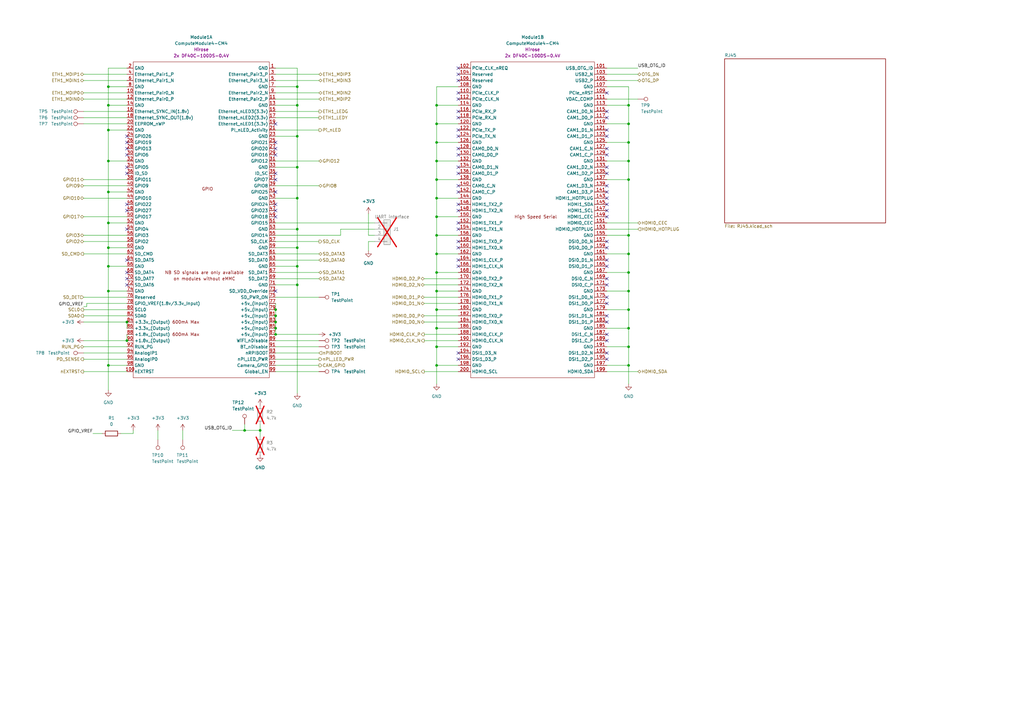
<source format=kicad_sch>
(kicad_sch (version 20230121) (generator eeschema)
  (paper "A3")
  (lib_symbols
    (symbol "CM4IO:ComputeModule4-CM4"
      (property "Reference" "Module" (at 113.03 -68.58 0))
      (property "Value" "ComputeModule4-CM4" (at 140.97 2.54 0))
      (property "Field4" "Hirose" (at 0 0 0))
      (property "Field5" "2x DF40C-100DS-0.4V" (at 0 -2.54 0))
      (symbol "ComputeModule4-CM4_1_0"
        (text "GPIO" (at 0 6.35 0) (effects (font (size 1.27 1.27))))
      )
      (symbol "ComputeModule4-CM4_1_1"
        (rectangle (start -30.48 -71.12) (end 25.4 58.42))
        (text "600mA Max" (at -8.89 -53.34 0) (effects (font (size 1.27 1.27))))
        (text "600mA Max" (at -8.89 -48.26 0) (effects (font (size 1.27 1.27))))
        (text "NB SD signals are only available" (at -1.27 -27.94 0) (effects (font (size 1.27 1.27))))
        (text "on modules without eMMC" (at -1.27 -30.48 0) (effects (font (size 1.27 1.27))))
        (pin power_in line (at 27.94 55.88 180) (length 2.54) (name "GND") (number "1"))
        (pin passive line (at -33.02 45.72 0) (length 2.54) (name "Ethernet_Pair0_N") (number "10"))
        (pin output line (at -33.02 -68.58 0) (length 2.54) (name "nEXTRST") (number "100"))
        (pin passive line (at 27.94 43.18 180) (length 2.54) (name "Ethernet_Pair2_P") (number "11"))
        (pin passive line (at -33.02 43.18 0) (length 2.54) (name "Ethernet_Pair0_P") (number "12"))
        (pin power_in line (at 27.94 40.64 180) (length 2.54) (name "GND") (number "13"))
        (pin power_in line (at -33.02 40.64 0) (length 2.54) (name "GND") (number "14"))
        (pin output line (at 27.94 38.1 180) (length 2.54) (name "Ethernet_nLED3(3.3v)") (number "15"))
        (pin input line (at -33.02 38.1 0) (length 2.54) (name "Ethernet_SYNC_IN(1.8v)") (number "16"))
        (pin output line (at 27.94 35.56 180) (length 2.54) (name "Ethernet_nLED2(3.3v)") (number "17"))
        (pin input line (at -33.02 35.56 0) (length 2.54) (name "Ethernet_SYNC_OUT(1.8v)") (number "18"))
        (pin output line (at 27.94 33.02 180) (length 2.54) (name "Ethernet_nLED1(3.3v)") (number "19"))
        (pin power_in line (at -33.02 55.88 0) (length 2.54) (name "GND") (number "2"))
        (pin passive line (at -33.02 33.02 0) (length 2.54) (name "EEPROM_nWP") (number "20"))
        (pin open_collector line (at 27.94 30.48 180) (length 2.54) (name "PI_nLED_Activity") (number "21"))
        (pin power_in line (at -33.02 30.48 0) (length 2.54) (name "GND") (number "22"))
        (pin power_in line (at 27.94 27.94 180) (length 2.54) (name "GND") (number "23"))
        (pin passive line (at -33.02 27.94 0) (length 2.54) (name "GPIO26") (number "24"))
        (pin passive line (at 27.94 25.4 180) (length 2.54) (name "GPIO21") (number "25"))
        (pin passive line (at -33.02 25.4 0) (length 2.54) (name "GPIO19") (number "26"))
        (pin passive line (at 27.94 22.86 180) (length 2.54) (name "GPIO20") (number "27"))
        (pin passive line (at -33.02 22.86 0) (length 2.54) (name "GPIO13") (number "28"))
        (pin passive line (at 27.94 20.32 180) (length 2.54) (name "GPIO16") (number "29"))
        (pin passive line (at 27.94 53.34 180) (length 2.54) (name "Ethernet_Pair3_P") (number "3"))
        (pin passive line (at -33.02 20.32 0) (length 2.54) (name "GPIO6") (number "30"))
        (pin passive line (at 27.94 17.78 180) (length 2.54) (name "GPIO12") (number "31"))
        (pin power_in line (at -33.02 17.78 0) (length 2.54) (name "GND") (number "32"))
        (pin power_in line (at 27.94 15.24 180) (length 2.54) (name "GND") (number "33"))
        (pin passive line (at -33.02 15.24 0) (length 2.54) (name "GPIO5") (number "34"))
        (pin passive line (at 27.94 12.7 180) (length 2.54) (name "ID_SC") (number "35"))
        (pin passive line (at -33.02 12.7 0) (length 2.54) (name "ID_SD") (number "36"))
        (pin passive line (at 27.94 10.16 180) (length 2.54) (name "GPIO7") (number "37"))
        (pin passive line (at -33.02 10.16 0) (length 2.54) (name "GPIO11") (number "38"))
        (pin passive line (at 27.94 7.62 180) (length 2.54) (name "GPIO8") (number "39"))
        (pin passive line (at -33.02 53.34 0) (length 2.54) (name "Ethernet_Pair1_P") (number "4"))
        (pin passive line (at -33.02 7.62 0) (length 2.54) (name "GPIO9") (number "40"))
        (pin passive line (at 27.94 5.08 180) (length 2.54) (name "GPIO25") (number "41"))
        (pin power_in line (at -33.02 5.08 0) (length 2.54) (name "GND") (number "42"))
        (pin power_in line (at 27.94 2.54 180) (length 2.54) (name "GND") (number "43"))
        (pin passive line (at -33.02 2.54 0) (length 2.54) (name "GPIO10") (number "44"))
        (pin passive line (at 27.94 0 180) (length 2.54) (name "GPIO24") (number "45"))
        (pin passive line (at -33.02 0 0) (length 2.54) (name "GPIO22") (number "46"))
        (pin passive line (at 27.94 -2.54 180) (length 2.54) (name "GPIO23") (number "47"))
        (pin passive line (at -33.02 -2.54 0) (length 2.54) (name "GPIO27") (number "48"))
        (pin passive line (at 27.94 -5.08 180) (length 2.54) (name "GPIO18") (number "49"))
        (pin passive line (at 27.94 50.8 180) (length 2.54) (name "Ethernet_Pair3_N") (number "5"))
        (pin passive line (at -33.02 -5.08 0) (length 2.54) (name "GPIO17") (number "50"))
        (pin passive line (at 27.94 -7.62 180) (length 2.54) (name "GPIO15") (number "51"))
        (pin power_in line (at -33.02 -7.62 0) (length 2.54) (name "GND") (number "52"))
        (pin power_in line (at 27.94 -10.16 180) (length 2.54) (name "GND") (number "53"))
        (pin passive line (at -33.02 -10.16 0) (length 2.54) (name "GPIO4") (number "54"))
        (pin passive line (at 27.94 -12.7 180) (length 2.54) (name "GPIO14") (number "55"))
        (pin passive line (at -33.02 -12.7 0) (length 2.54) (name "GPIO3") (number "56"))
        (pin passive line (at 27.94 -15.24 180) (length 2.54) (name "SD_CLK") (number "57"))
        (pin passive line (at -33.02 -15.24 0) (length 2.54) (name "GPIO2") (number "58"))
        (pin power_in line (at 27.94 -17.78 180) (length 2.54) (name "GND") (number "59"))
        (pin passive line (at -33.02 50.8 0) (length 2.54) (name "Ethernet_Pair1_N") (number "6"))
        (pin power_in line (at -33.02 -17.78 0) (length 2.54) (name "GND") (number "60"))
        (pin passive line (at 27.94 -20.32 180) (length 2.54) (name "SD_DAT3") (number "61"))
        (pin passive line (at -33.02 -20.32 0) (length 2.54) (name "SD_CMD") (number "62"))
        (pin passive line (at 27.94 -22.86 180) (length 2.54) (name "SD_DAT0") (number "63"))
        (pin passive line (at -33.02 -22.86 0) (length 2.54) (name "SD_DAT5") (number "64"))
        (pin power_in line (at 27.94 -25.4 180) (length 2.54) (name "GND") (number "65"))
        (pin power_in line (at -33.02 -25.4 0) (length 2.54) (name "GND") (number "66"))
        (pin passive line (at 27.94 -27.94 180) (length 2.54) (name "SD_DAT1") (number "67"))
        (pin passive line (at -33.02 -27.94 0) (length 2.54) (name "SD_DAT4") (number "68"))
        (pin passive line (at 27.94 -30.48 180) (length 2.54) (name "SD_DAT2") (number "69"))
        (pin power_in line (at 27.94 48.26 180) (length 2.54) (name "GND") (number "7"))
        (pin passive line (at -33.02 -30.48 0) (length 2.54) (name "SD_DAT7") (number "70"))
        (pin power_in line (at 27.94 -33.02 180) (length 2.54) (name "GND") (number "71"))
        (pin passive line (at -33.02 -33.02 0) (length 2.54) (name "SD_DAT6") (number "72"))
        (pin input line (at 27.94 -35.56 180) (length 2.54) (name "SD_VDD_Override") (number "73"))
        (pin power_in line (at -33.02 -35.56 0) (length 2.54) (name "GND") (number "74"))
        (pin output line (at 27.94 -38.1 180) (length 2.54) (name "SD_PWR_ON") (number "75"))
        (pin passive line (at -33.02 -38.1 0) (length 2.54) (name "Reserved") (number "76"))
        (pin power_in line (at 27.94 -40.64 180) (length 2.54) (name "+5v_(Input)") (number "77"))
        (pin power_in line (at -33.02 -40.64 0) (length 2.54) (name "GPIO_VREF(1.8v/3.3v_Input)") (number "78"))
        (pin power_in line (at 27.94 -43.18 180) (length 2.54) (name "+5v_(Input)") (number "79"))
        (pin power_in line (at -33.02 48.26 0) (length 2.54) (name "GND") (number "8"))
        (pin passive line (at -33.02 -43.18 0) (length 2.54) (name "SCL0") (number "80"))
        (pin power_in line (at 27.94 -45.72 180) (length 2.54) (name "+5v_(Input)") (number "81"))
        (pin passive line (at -33.02 -45.72 0) (length 2.54) (name "SDA0") (number "82"))
        (pin power_in line (at 27.94 -48.26 180) (length 2.54) (name "+5v_(Input)") (number "83"))
        (pin power_out line (at -33.02 -48.26 0) (length 2.54) (name "+3.3v_(Output)") (number "84"))
        (pin power_in line (at 27.94 -50.8 180) (length 2.54) (name "+5v_(Input)") (number "85"))
        (pin power_out line (at -33.02 -50.8 0) (length 2.54) (name "+3.3v_(Output)") (number "86"))
        (pin power_in line (at 27.94 -53.34 180) (length 2.54) (name "+5v_(Input)") (number "87"))
        (pin power_out line (at -33.02 -53.34 0) (length 2.54) (name "+1.8v_(Output)") (number "88"))
        (pin power_in line (at 27.94 -55.88 180) (length 2.54) (name "WiFi_nDisable") (number "89"))
        (pin passive line (at 27.94 45.72 180) (length 2.54) (name "Ethernet_Pair2_N") (number "9"))
        (pin power_out line (at -33.02 -55.88 0) (length 2.54) (name "+1.8v_(Output)") (number "90"))
        (pin power_in line (at 27.94 -58.42 180) (length 2.54) (name "BT_nDisable") (number "91"))
        (pin passive line (at -33.02 -58.42 0) (length 2.54) (name "RUN_PG") (number "92"))
        (pin input line (at 27.94 -60.96 180) (length 2.54) (name "nRPIBOOT") (number "93"))
        (pin passive line (at -33.02 -60.96 0) (length 2.54) (name "AnalogIP1") (number "94"))
        (pin output line (at 27.94 -63.5 180) (length 2.54) (name "nPI_LED_PWR") (number "95"))
        (pin passive line (at -33.02 -63.5 0) (length 2.54) (name "AnalogIP0") (number "96"))
        (pin passive line (at 27.94 -66.04 180) (length 2.54) (name "Camera_GPIO") (number "97"))
        (pin power_in line (at -33.02 -66.04 0) (length 2.54) (name "GND") (number "98"))
        (pin input line (at 27.94 -68.58 180) (length 2.54) (name "Global_EN") (number "99"))
      )
      (symbol "ComputeModule4-CM4_2_1"
        (rectangle (start 114.3 -66.04) (end 165.1 63.5))
        (text "High Speed Serial" (at 140.97 0 0) (effects (font (size 1.27 1.27))))
        (pin input line (at 170.18 60.96 180) (length 5.08) (name "USB_OTG_ID") (number "101"))
        (pin input line (at 109.22 60.96 0) (length 5.08) (name "PCIe_CLK_nREQ") (number "102"))
        (pin passive line (at 170.18 58.42 180) (length 5.08) (name "USB2_N") (number "103"))
        (pin passive line (at 109.22 58.42 0) (length 5.08) (name "Reserved") (number "104"))
        (pin passive line (at 170.18 55.88 180) (length 5.08) (name "USB2_P") (number "105"))
        (pin passive line (at 109.22 55.88 0) (length 5.08) (name "Reserved") (number "106"))
        (pin power_in line (at 170.18 53.34 180) (length 5.08) (name "GND") (number "107"))
        (pin power_in line (at 109.22 53.34 0) (length 5.08) (name "GND") (number "108"))
        (pin bidirectional line (at 170.18 50.8 180) (length 5.08) (name "PCIe_nRST") (number "109"))
        (pin output line (at 109.22 50.8 0) (length 5.08) (name "PCIe_CLK_P") (number "110"))
        (pin passive line (at 170.18 48.26 180) (length 5.08) (name "VDAC_COMP") (number "111"))
        (pin output line (at 109.22 48.26 0) (length 5.08) (name "PCIe_CLK_N") (number "112"))
        (pin power_in line (at 170.18 45.72 180) (length 5.08) (name "GND") (number "113"))
        (pin power_in line (at 109.22 45.72 0) (length 5.08) (name "GND") (number "114"))
        (pin input line (at 170.18 43.18 180) (length 5.08) (name "CAM1_D0_N") (number "115"))
        (pin input line (at 109.22 43.18 0) (length 5.08) (name "PCIe_RX_P") (number "116"))
        (pin input line (at 170.18 40.64 180) (length 5.08) (name "CAM1_D0_P") (number "117"))
        (pin input line (at 109.22 40.64 0) (length 5.08) (name "PCIe_RX_N") (number "118"))
        (pin power_in line (at 170.18 38.1 180) (length 5.08) (name "GND") (number "119"))
        (pin power_in line (at 109.22 38.1 0) (length 5.08) (name "GND") (number "120"))
        (pin input line (at 170.18 35.56 180) (length 5.08) (name "CAM1_D1_N") (number "121"))
        (pin output line (at 109.22 35.56 0) (length 5.08) (name "PCIe_TX_P") (number "122"))
        (pin input line (at 170.18 33.02 180) (length 5.08) (name "CAM1_D1_P") (number "123"))
        (pin output line (at 109.22 33.02 0) (length 5.08) (name "PCIe_TX_N") (number "124"))
        (pin power_in line (at 170.18 30.48 180) (length 5.08) (name "GND") (number "125"))
        (pin power_in line (at 109.22 30.48 0) (length 5.08) (name "GND") (number "126"))
        (pin input line (at 170.18 27.94 180) (length 5.08) (name "CAM1_C_N") (number "127"))
        (pin input line (at 109.22 27.94 0) (length 5.08) (name "CAM0_D0_N") (number "128"))
        (pin input line (at 170.18 25.4 180) (length 5.08) (name "CAM1_C_P") (number "129"))
        (pin input line (at 109.22 25.4 0) (length 5.08) (name "CAM0_D0_P") (number "130"))
        (pin power_in line (at 170.18 22.86 180) (length 5.08) (name "GND") (number "131"))
        (pin power_in line (at 109.22 22.86 0) (length 5.08) (name "GND") (number "132"))
        (pin input line (at 170.18 20.32 180) (length 5.08) (name "CAM1_D2_N") (number "133"))
        (pin input line (at 109.22 20.32 0) (length 5.08) (name "CAM0_D1_N") (number "134"))
        (pin input line (at 170.18 17.78 180) (length 5.08) (name "CAM1_D2_P") (number "135"))
        (pin input line (at 109.22 17.78 0) (length 5.08) (name "CAM0_D1_P") (number "136"))
        (pin power_in line (at 170.18 15.24 180) (length 5.08) (name "GND") (number "137"))
        (pin power_in line (at 109.22 15.24 0) (length 5.08) (name "GND") (number "138"))
        (pin input line (at 170.18 12.7 180) (length 5.08) (name "CAM1_D3_N") (number "139"))
        (pin input line (at 109.22 12.7 0) (length 5.08) (name "CAM0_C_N") (number "140"))
        (pin input line (at 170.18 10.16 180) (length 5.08) (name "CAM1_D3_P") (number "141"))
        (pin input line (at 109.22 10.16 0) (length 5.08) (name "CAM0_C_P") (number "142"))
        (pin input line (at 170.18 7.62 180) (length 5.08) (name "HDMI1_HOTPLUG") (number "143"))
        (pin power_in line (at 109.22 7.62 0) (length 5.08) (name "GND") (number "144"))
        (pin bidirectional line (at 170.18 5.08 180) (length 5.08) (name "HDMI1_SDA") (number "145"))
        (pin output line (at 109.22 5.08 0) (length 5.08) (name "HDMI1_TX2_P") (number "146"))
        (pin open_collector line (at 170.18 2.54 180) (length 5.08) (name "HDMI1_SCL") (number "147"))
        (pin output line (at 109.22 2.54 0) (length 5.08) (name "HDMI1_TX2_N") (number "148"))
        (pin open_collector line (at 170.18 0 180) (length 5.08) (name "HDMI1_CEC") (number "149"))
        (pin power_in line (at 109.22 0 0) (length 5.08) (name "GND") (number "150"))
        (pin open_collector line (at 170.18 -2.54 180) (length 5.08) (name "HDMI0_CEC") (number "151"))
        (pin output line (at 109.22 -2.54 0) (length 5.08) (name "HDMI1_TX1_P") (number "152"))
        (pin input line (at 170.18 -5.08 180) (length 5.08) (name "HDMI0_HOTPLUG") (number "153"))
        (pin output line (at 109.22 -5.08 0) (length 5.08) (name "HDMI1_TX1_N") (number "154"))
        (pin power_in line (at 170.18 -7.62 180) (length 5.08) (name "GND") (number "155"))
        (pin power_in line (at 109.22 -7.62 0) (length 5.08) (name "GND") (number "156"))
        (pin output line (at 170.18 -10.16 180) (length 5.08) (name "DSI0_D0_N") (number "157"))
        (pin output line (at 109.22 -10.16 0) (length 5.08) (name "HDMI1_TX0_P") (number "158"))
        (pin output line (at 170.18 -12.7 180) (length 5.08) (name "DSI0_D0_P") (number "159"))
        (pin output line (at 109.22 -12.7 0) (length 5.08) (name "HDMI1_TX0_N") (number "160"))
        (pin power_in line (at 170.18 -15.24 180) (length 5.08) (name "GND") (number "161"))
        (pin power_in line (at 109.22 -15.24 0) (length 5.08) (name "GND") (number "162"))
        (pin output line (at 170.18 -17.78 180) (length 5.08) (name "DSI0_D1_N") (number "163"))
        (pin output line (at 109.22 -17.78 0) (length 5.08) (name "HDMI1_CLK_P") (number "164"))
        (pin output line (at 170.18 -20.32 180) (length 5.08) (name "DSI0_D1_P") (number "165"))
        (pin output line (at 109.22 -20.32 0) (length 5.08) (name "HDMI1_CLK_N") (number "166"))
        (pin power_in line (at 170.18 -22.86 180) (length 5.08) (name "GND") (number "167"))
        (pin power_in line (at 109.22 -22.86 0) (length 5.08) (name "GND") (number "168"))
        (pin output line (at 170.18 -25.4 180) (length 5.08) (name "DSI0_C_N") (number "169"))
        (pin output line (at 109.22 -25.4 0) (length 5.08) (name "HDMI0_TX2_P") (number "170"))
        (pin output line (at 170.18 -27.94 180) (length 5.08) (name "DSI0_C_P") (number "171"))
        (pin output line (at 109.22 -27.94 0) (length 5.08) (name "HDMI0_TX2_N") (number "172"))
        (pin power_in line (at 170.18 -30.48 180) (length 5.08) (name "GND") (number "173"))
        (pin power_in line (at 109.22 -30.48 0) (length 5.08) (name "GND") (number "174"))
        (pin output line (at 170.18 -33.02 180) (length 5.08) (name "DSI1_D0_N") (number "175"))
        (pin output line (at 109.22 -33.02 0) (length 5.08) (name "HDMI0_TX1_P") (number "176"))
        (pin output line (at 170.18 -35.56 180) (length 5.08) (name "DSI1_D0_P") (number "177"))
        (pin output line (at 109.22 -35.56 0) (length 5.08) (name "HDMI0_TX1_N") (number "178"))
        (pin power_in line (at 170.18 -38.1 180) (length 5.08) (name "GND") (number "179"))
        (pin power_in line (at 109.22 -38.1 0) (length 5.08) (name "GND") (number "180"))
        (pin output line (at 170.18 -40.64 180) (length 5.08) (name "DSI1_D1_N") (number "181"))
        (pin output line (at 109.22 -40.64 0) (length 5.08) (name "HDMI0_TX0_P") (number "182"))
        (pin output line (at 170.18 -43.18 180) (length 5.08) (name "DSI1_D1_P") (number "183"))
        (pin output line (at 109.22 -43.18 0) (length 5.08) (name "HDMI0_TX0_N") (number "184"))
        (pin power_in line (at 170.18 -45.72 180) (length 5.08) (name "GND") (number "185"))
        (pin power_in line (at 109.22 -45.72 0) (length 5.08) (name "GND") (number "186"))
        (pin output line (at 170.18 -48.26 180) (length 5.08) (name "DSI1_C_N") (number "187"))
        (pin output line (at 109.22 -48.26 0) (length 5.08) (name "HDMI0_CLK_P") (number "188"))
        (pin output line (at 170.18 -50.8 180) (length 5.08) (name "DSI1_C_P") (number "189"))
        (pin output line (at 109.22 -50.8 0) (length 5.08) (name "HDMI0_CLK_N") (number "190"))
        (pin power_in line (at 170.18 -53.34 180) (length 5.08) (name "GND") (number "191"))
        (pin power_in line (at 109.22 -53.34 0) (length 5.08) (name "GND") (number "192"))
        (pin output line (at 170.18 -55.88 180) (length 5.08) (name "DSI1_D2_N") (number "193"))
        (pin output line (at 109.22 -55.88 0) (length 5.08) (name "DSI1_D3_N") (number "194"))
        (pin output line (at 170.18 -58.42 180) (length 5.08) (name "DSI1_D2_P") (number "195"))
        (pin output line (at 109.22 -58.42 0) (length 5.08) (name "DSI1_D3_P") (number "196"))
        (pin power_in line (at 170.18 -60.96 180) (length 5.08) (name "GND") (number "197"))
        (pin power_in line (at 109.22 -60.96 0) (length 5.08) (name "GND") (number "198"))
        (pin bidirectional line (at 170.18 -63.5 180) (length 5.08) (name "HDMI0_SDA") (number "199"))
        (pin open_collector line (at 109.22 -63.5 0) (length 5.08) (name "HDMI0_SCL") (number "200"))
      )
    )
    (symbol "Connector:TestPoint" (pin_numbers hide) (pin_names (offset 0.762) hide)
      (property "Reference" "TP" (at 0 6.858 0))
      (property "Value" "TestPoint" (at 0 5.08 0))
      (symbol "TestPoint_0_1"
        (circle (center 0 3.302) (radius 0.762))
      )
      (symbol "TestPoint_1_1"
        (pin passive line (at 0 0 90) (length 2.54) (name "1") (number "1"))
      )
    )
    (symbol "Connector_Generic:Conn_01x04" (pin_names (offset 1.016) hide)
      (property "Reference" "J" (at 0 5.08 0))
      (property "Value" "Conn_01x04" (at 0 -7.62 0))
      (symbol "Conn_01x04_1_1"
        (rectangle (start -1.27 -4.953) (end 0 -5.207) (stroke (width 0.1524)))
        (rectangle (start -1.27 -2.413) (end 0 -2.667) (stroke (width 0.1524)))
        (rectangle (start -1.27 0.127) (end 0 -0.127) (stroke (width 0.1524)))
        (rectangle (start -1.27 2.667) (end 0 2.413) (stroke (width 0.1524)))
        (rectangle (start -1.27 3.81) (end 1.27 -6.35) (stroke (width 0.254)) (fill (type background)))
        (pin passive line (at -5.08 2.54 0) (length 3.81) (name "Pin_1") (number "1"))
        (pin passive line (at -5.08 0 0) (length 3.81) (name "Pin_2") (number "2"))
        (pin passive line (at -5.08 -2.54 0) (length 3.81) (name "Pin_3") (number "3"))
        (pin passive line (at -5.08 -5.08 0) (length 3.81) (name "Pin_4") (number "4"))
      )
    )
    (symbol "Device:R" (pin_numbers hide) (pin_names (offset 0))
      (property "Reference" "R" (at 2.032 0 90))
      (property "Value" "R" (at 0 0 90))
      (symbol "R_0_1"
        (rectangle (start -1.016 -2.54) (end 1.016 2.54) (stroke (width 0.254)))
      )
      (symbol "R_1_1"
        (pin passive line (at 0 3.81 270) (length 1.27) (name "~") (number "1"))
        (pin passive line (at 0 -3.81 90) (length 1.27) (name "~") (number "2"))
      )
    )
    (symbol "custom_power:CM4_1V8" (power) (pin_names (offset 0))
      (property "Value" "CM4_1V8" (at 0 3.556 0))
      (symbol "CM4_1V8_0_1"
        (polyline (pts (xy -0.762 1.27) (xy 0 2.54)))
        (polyline (pts (xy 0 0) (xy 0 2.54)))
        (polyline (pts (xy 0 2.54) (xy 0.762 1.27)))
      )
      (symbol "CM4_1V8_1_1"
        (pin power_in line (at 0 0 90) (length 0) hide (name "+3V3") (number "1"))
      )
    )
    (symbol "custom_power:CM4_3V3" (power) (pin_names (offset 0))
      (property "Value" "CM4_3V3" (at 0 3.556 0))
      (symbol "CM4_3V3_0_1"
        (polyline (pts (xy -0.762 1.27) (xy 0 2.54)))
        (polyline (pts (xy 0 0) (xy 0 2.54)))
        (polyline (pts (xy 0 2.54) (xy 0.762 1.27)))
      )
      (symbol "CM4_3V3_1_1"
        (pin power_in line (at 0 0 90) (length 0) hide (name "+3V3") (number "1"))
      )
    )
    (symbol "custom_power:GND" (power) (pin_names (offset 0))
      (property "Value" "GND" (at 0 -3.81 0))
      (symbol "GND_0_1"
        (polyline (pts (xy 0 0) (xy 0 -1.27) (xy 1.27 -1.27) (xy 0 -2.54) (xy -1.27 -1.27) (xy 0 -1.27)))
      )
      (symbol "GND_1_1"
        (pin power_in line (at 0 0 270) (length 0) hide (name "GND") (number "1"))
      )
    )
    (symbol "custom_power:SYS_5V" (power) (pin_names (offset 0))
      (property "Value" "SYS_5V" (at 0 3.556 0))
      (symbol "SYS_5V_0_1"
        (polyline (pts (xy -0.762 1.27) (xy 0 2.54)))
        (polyline (pts (xy 0 0) (xy 0 2.54)))
        (polyline (pts (xy 0 2.54) (xy 0.762 1.27)))
      )
      (symbol "SYS_5V_1_1"
        (pin power_in line (at 0 0 90) (length 0) hide (name "+3V3") (number "1"))
      )
    )
    (symbol "power:GND" (power) (pin_names (offset 0))
      (property "Value" "GND" (at 0 -3.81 0))
      (symbol "GND_0_1"
        (polyline (pts (xy 0 0) (xy 0 -1.27) (xy 1.27 -1.27) (xy 0 -2.54) (xy -1.27 -1.27) (xy 0 -1.27)))
      )
      (symbol "GND_1_1"
        (pin power_in line (at 0 0 270) (length 0) hide (name "GND") (number "1"))
      )
    )
  )
  (junction (at 179.07 73.66))
  (junction (at 44.45 109.22))
  (junction (at 100.33 176.53))
  (junction (at 179.07 134.62))
  (junction (at 52.07 132.08))
  (junction (at 44.45 35.56))
  (junction (at 121.92 43.18))
  (junction (at 52.07 139.7))
  (junction (at 179.07 66.04))
  (junction (at 113.03 134.62))
  (junction (at 44.45 119.38))
  (junction (at 179.07 119.38))
  (junction (at 257.81 104.14))
  (junction (at 179.07 43.18))
  (junction (at 121.92 35.56))
  (junction (at 44.45 78.74))
  (junction (at 257.81 127))
  (junction (at 179.07 96.52))
  (junction (at 179.07 111.76))
  (junction (at 257.81 58.42))
  (junction (at 179.07 104.14))
  (junction (at 257.81 149.86))
  (junction (at 121.92 109.22))
  (junction (at 257.81 111.76))
  (junction (at 44.45 149.86))
  (junction (at 179.07 88.9))
  (junction (at 257.81 43.18))
  (junction (at 179.07 81.28))
  (junction (at 257.81 50.8))
  (junction (at 257.81 66.04))
  (junction (at 44.45 43.18))
  (junction (at 106.68 176.53))
  (junction (at 121.92 101.6))
  (junction (at 121.92 116.84))
  (junction (at 121.92 55.88))
  (junction (at 113.03 132.08))
  (junction (at 113.03 127))
  (junction (at 257.81 134.62))
  (junction (at 113.03 137.16))
  (junction (at 121.92 81.28))
  (junction (at 44.45 101.6))
  (junction (at 179.07 58.42))
  (junction (at 257.81 73.66))
  (junction (at 257.81 96.52))
  (junction (at 44.45 66.04))
  (junction (at 121.92 93.98))
  (junction (at 44.45 91.44))
  (junction (at 179.07 149.86))
  (junction (at 179.07 127))
  (junction (at 121.92 68.58))
  (junction (at 113.03 129.54))
  (junction (at 257.81 119.38))
  (junction (at 257.81 142.24))
  (junction (at 179.07 50.8))
  (junction (at 179.07 142.24))
  (junction (at 44.45 53.34))
  (no_connect (at 52.07 116.84))
  (no_connect (at 248.92 144.78))
  (no_connect (at 52.07 86.36))
  (no_connect (at 187.96 86.36))
  (no_connect (at 187.96 38.1))
  (no_connect (at 248.92 86.36))
  (no_connect (at 187.96 53.34))
  (no_connect (at 187.96 106.68))
  (no_connect (at 248.92 68.58))
  (no_connect (at 187.96 109.22))
  (no_connect (at 113.03 71.12))
  (no_connect (at 248.92 48.26))
  (no_connect (at 52.07 106.68))
  (no_connect (at 52.07 63.5))
  (no_connect (at 248.92 99.06))
  (no_connect (at 187.96 144.78))
  (no_connect (at 248.92 45.72))
  (no_connect (at 248.92 124.46))
  (no_connect (at 187.96 55.88))
  (no_connect (at 52.07 71.12))
  (no_connect (at 187.96 48.26))
  (no_connect (at 248.92 78.74))
  (no_connect (at 187.96 40.64))
  (no_connect (at 248.92 132.08))
  (no_connect (at 187.96 83.82))
  (no_connect (at 113.03 73.66))
  (no_connect (at 187.96 78.74))
  (no_connect (at 52.07 114.3))
  (no_connect (at 248.92 121.92))
  (no_connect (at 248.92 101.6))
  (no_connect (at 187.96 91.44))
  (no_connect (at 187.96 68.58))
  (no_connect (at 187.96 60.96))
  (no_connect (at 187.96 33.02))
  (no_connect (at 52.07 58.42))
  (no_connect (at 52.07 60.96))
  (no_connect (at 248.92 71.12))
  (no_connect (at 187.96 45.72))
  (no_connect (at 113.03 88.9))
  (no_connect (at 52.07 83.82))
  (no_connect (at 187.96 147.32))
  (no_connect (at 248.92 114.3))
  (no_connect (at 248.92 106.68))
  (no_connect (at 113.03 86.36))
  (no_connect (at 248.92 55.88))
  (no_connect (at 187.96 27.94))
  (no_connect (at 248.92 83.82))
  (no_connect (at 52.07 55.88))
  (no_connect (at 248.92 139.7))
  (no_connect (at 187.96 93.98))
  (no_connect (at 248.92 60.96))
  (no_connect (at 113.03 50.8))
  (no_connect (at 113.03 63.5))
  (no_connect (at 113.03 83.82))
  (no_connect (at 187.96 63.5))
  (no_connect (at 187.96 30.48))
  (no_connect (at 248.92 81.28))
  (no_connect (at 187.96 76.2))
  (no_connect (at 113.03 119.38))
  (no_connect (at 248.92 88.9))
  (no_connect (at 113.03 78.74))
  (no_connect (at 113.03 60.96))
  (no_connect (at 248.92 63.5))
  (no_connect (at 248.92 109.22))
  (no_connect (at 248.92 53.34))
  (no_connect (at 187.96 71.12))
  (no_connect (at 187.96 101.6))
  (no_connect (at 52.07 93.98))
  (no_connect (at 248.92 137.16))
  (no_connect (at 52.07 111.76))
  (no_connect (at 248.92 38.1))
  (no_connect (at 113.03 58.42))
  (no_connect (at 187.96 99.06))
  (no_connect (at 52.07 68.58))
  (no_connect (at 248.92 147.32))
  (no_connect (at 248.92 116.84))
  (no_connect (at 248.92 76.2))
  (no_connect (at 248.92 129.54))
  (wire (pts (xy 34.29 121.92) (xy 52.07 121.92)))
  (wire (pts (xy 44.45 43.18) (xy 44.45 53.34)))
  (wire (pts (xy 34.29 142.24) (xy 52.07 142.24)))
  (wire (pts (xy 34.29 50.8) (xy 52.07 50.8)))
  (wire (pts (xy 52.07 132.08) (xy 52.07 134.62)))
  (wire (pts (xy 179.07 58.42) (xy 187.96 58.42)))
  (wire (pts (xy 113.03 43.18) (xy 121.92 43.18)))
  (wire (pts (xy 179.07 43.18) (xy 187.96 43.18)))
  (wire (pts (xy 179.07 66.04) (xy 187.96 66.04)))
  (wire (pts (xy 95.25 176.53) (xy 100.33 176.53)))
  (wire (pts (xy 44.45 109.22) (xy 44.45 119.38)))
  (wire (pts (xy 257.81 149.86) (xy 257.81 157.48)))
  (wire (pts (xy 179.07 88.9) (xy 187.96 88.9)))
  (wire (pts (xy 34.29 129.54) (xy 52.07 129.54)))
  (wire (pts (xy 34.29 81.28) (xy 52.07 81.28)))
  (wire (pts (xy 179.07 104.14) (xy 179.07 111.76)))
  (wire (pts (xy 173.99 137.16) (xy 187.96 137.16)))
  (wire (pts (xy 113.03 96.52) (xy 139.7 96.52)))
  (wire (pts (xy 113.03 30.48) (xy 130.81 30.48)))
  (wire (pts (xy 113.03 45.72) (xy 130.81 45.72)))
  (wire (pts (xy 113.03 152.4) (xy 130.81 152.4)))
  (wire (pts (xy 257.81 50.8) (xy 257.81 58.42)))
  (wire (pts (xy 179.07 50.8) (xy 179.07 58.42)))
  (wire (pts (xy 113.03 134.62) (xy 113.03 137.16)))
  (wire (pts (xy 257.81 142.24) (xy 257.81 149.86)))
  (wire (pts (xy 106.68 173.99) (xy 106.68 176.53)))
  (wire (pts (xy 34.29 88.9) (xy 52.07 88.9)))
  (wire (pts (xy 113.03 106.68) (xy 130.81 106.68)))
  (wire (pts (xy 113.03 81.28) (xy 121.92 81.28)))
  (wire (pts (xy 44.45 66.04) (xy 44.45 78.74)))
  (wire (pts (xy 113.03 99.06) (xy 130.81 99.06)))
  (wire (pts (xy 179.07 88.9) (xy 179.07 96.52)))
  (wire (pts (xy 139.7 93.98) (xy 153.67 93.98)))
  (wire (pts (xy 44.45 91.44) (xy 52.07 91.44)))
  (wire (pts (xy 121.92 27.94) (xy 121.92 35.56)))
  (wire (pts (xy 257.81 134.62) (xy 257.81 142.24)))
  (wire (pts (xy 44.45 35.56) (xy 52.07 35.56)))
  (wire (pts (xy 34.29 96.52) (xy 52.07 96.52)))
  (wire (pts (xy 113.03 35.56) (xy 121.92 35.56)))
  (wire (pts (xy 113.03 121.92) (xy 130.81 121.92)))
  (wire (pts (xy 179.07 149.86) (xy 187.96 149.86)))
  (wire (pts (xy 34.29 33.02) (xy 52.07 33.02)))
  (wire (pts (xy 173.99 124.46) (xy 187.96 124.46)))
  (wire (pts (xy 179.07 81.28) (xy 187.96 81.28)))
  (wire (pts (xy 248.92 127) (xy 257.81 127)))
  (wire (pts (xy 121.92 93.98) (xy 121.92 101.6)))
  (wire (pts (xy 34.29 127) (xy 52.07 127)))
  (wire (pts (xy 248.92 93.98) (xy 261.62 93.98)))
  (wire (pts (xy 44.45 43.18) (xy 52.07 43.18)))
  (wire (pts (xy 113.03 137.16) (xy 130.81 137.16)))
  (wire (pts (xy 113.03 129.54) (xy 113.03 132.08)))
  (wire (pts (xy 151.13 99.06) (xy 151.13 102.87)))
  (wire (pts (xy 248.92 134.62) (xy 257.81 134.62)))
  (wire (pts (xy 35.56 125.73) (xy 35.56 124.46)))
  (wire (pts (xy 173.99 152.4) (xy 187.96 152.4)))
  (wire (pts (xy 34.29 147.32) (xy 52.07 147.32)))
  (wire (pts (xy 34.29 139.7) (xy 52.07 139.7)))
  (wire (pts (xy 44.45 119.38) (xy 52.07 119.38)))
  (wire (pts (xy 113.03 33.02) (xy 130.81 33.02)))
  (wire (pts (xy 257.81 104.14) (xy 257.81 111.76)))
  (wire (pts (xy 179.07 142.24) (xy 179.07 149.86)))
  (wire (pts (xy 44.45 109.22) (xy 52.07 109.22)))
  (wire (pts (xy 179.07 50.8) (xy 187.96 50.8)))
  (wire (pts (xy 248.92 33.02) (xy 261.62 33.02)))
  (wire (pts (xy 257.81 35.56) (xy 257.81 43.18)))
  (wire (pts (xy 34.29 104.14) (xy 52.07 104.14)))
  (wire (pts (xy 113.03 91.44) (xy 153.67 91.44)))
  (wire (pts (xy 173.99 121.92) (xy 187.96 121.92)))
  (wire (pts (xy 248.92 142.24) (xy 257.81 142.24)))
  (wire (pts (xy 248.92 73.66) (xy 257.81 73.66)))
  (wire (pts (xy 34.29 144.78) (xy 52.07 144.78)))
  (wire (pts (xy 248.92 66.04) (xy 257.81 66.04)))
  (wire (pts (xy 34.29 73.66) (xy 52.07 73.66)))
  (wire (pts (xy 248.92 149.86) (xy 257.81 149.86)))
  (wire (pts (xy 121.92 35.56) (xy 121.92 43.18)))
  (wire (pts (xy 34.29 40.64) (xy 52.07 40.64)))
  (wire (pts (xy 44.45 78.74) (xy 52.07 78.74)))
  (wire (pts (xy 121.92 43.18) (xy 121.92 55.88)))
  (wire (pts (xy 34.29 132.08) (xy 52.07 132.08)))
  (wire (pts (xy 52.07 137.16) (xy 52.07 139.7)))
  (wire (pts (xy 44.45 119.38) (xy 44.45 149.86)))
  (wire (pts (xy 113.03 127) (xy 113.03 129.54)))
  (wire (pts (xy 74.93 180.34) (xy 74.93 176.53)))
  (wire (pts (xy 179.07 127) (xy 179.07 134.62)))
  (wire (pts (xy 179.07 43.18) (xy 179.07 50.8)))
  (wire (pts (xy 113.03 55.88) (xy 121.92 55.88)))
  (wire (pts (xy 54.61 176.53) (xy 54.61 177.8)))
  (wire (pts (xy 248.92 43.18) (xy 257.81 43.18)))
  (wire (pts (xy 41.91 177.8) (xy 38.1 177.8)))
  (wire (pts (xy 100.33 173.99) (xy 100.33 176.53)))
  (wire (pts (xy 248.92 152.4) (xy 261.62 152.4)))
  (wire (pts (xy 248.92 104.14) (xy 257.81 104.14)))
  (wire (pts (xy 113.03 142.24) (xy 130.81 142.24)))
  (wire (pts (xy 113.03 124.46) (xy 113.03 127)))
  (wire (pts (xy 113.03 40.64) (xy 130.81 40.64)))
  (wire (pts (xy 34.29 76.2) (xy 52.07 76.2)))
  (wire (pts (xy 34.29 38.1) (xy 52.07 38.1)))
  (wire (pts (xy 179.07 142.24) (xy 187.96 142.24)))
  (wire (pts (xy 44.45 78.74) (xy 44.45 91.44)))
  (wire (pts (xy 179.07 111.76) (xy 179.07 119.38)))
  (wire (pts (xy 153.67 96.52) (xy 151.13 96.52)))
  (wire (pts (xy 173.99 129.54) (xy 187.96 129.54)))
  (wire (pts (xy 113.03 144.78) (xy 130.81 144.78)))
  (wire (pts (xy 121.92 116.84) (xy 121.92 161.29)))
  (wire (pts (xy 113.03 76.2) (xy 130.81 76.2)))
  (wire (pts (xy 52.07 27.94) (xy 44.45 27.94)))
  (wire (pts (xy 257.81 73.66) (xy 257.81 96.52)))
  (wire (pts (xy 179.07 119.38) (xy 187.96 119.38)))
  (wire (pts (xy 44.45 66.04) (xy 52.07 66.04)))
  (wire (pts (xy 113.03 149.86) (xy 130.81 149.86)))
  (wire (pts (xy 113.03 93.98) (xy 121.92 93.98)))
  (wire (pts (xy 113.03 114.3) (xy 130.81 114.3)))
  (wire (pts (xy 257.81 58.42) (xy 257.81 66.04)))
  (wire (pts (xy 248.92 40.64) (xy 261.62 40.64)))
  (wire (pts (xy 151.13 87.63) (xy 151.13 96.52)))
  (wire (pts (xy 248.92 27.94) (xy 261.62 27.94)))
  (wire (pts (xy 179.07 96.52) (xy 187.96 96.52)))
  (wire (pts (xy 153.67 99.06) (xy 151.13 99.06)))
  (wire (pts (xy 44.45 91.44) (xy 44.45 101.6)))
  (wire (pts (xy 257.81 127) (xy 257.81 134.62)))
  (wire (pts (xy 173.99 132.08) (xy 187.96 132.08)))
  (wire (pts (xy 179.07 104.14) (xy 187.96 104.14)))
  (wire (pts (xy 113.03 109.22) (xy 121.92 109.22)))
  (wire (pts (xy 113.03 53.34) (xy 130.81 53.34)))
  (wire (pts (xy 179.07 149.86) (xy 179.07 157.48)))
  (wire (pts (xy 44.45 149.86) (xy 44.45 160.02)))
  (wire (pts (xy 113.03 111.76) (xy 130.81 111.76)))
  (wire (pts (xy 257.81 119.38) (xy 257.81 127)))
  (wire (pts (xy 248.92 35.56) (xy 257.81 35.56)))
  (wire (pts (xy 121.92 55.88) (xy 121.92 68.58)))
  (wire (pts (xy 248.92 50.8) (xy 257.81 50.8)))
  (wire (pts (xy 34.29 125.73) (xy 35.56 125.73)))
  (wire (pts (xy 248.92 30.48) (xy 261.62 30.48)))
  (wire (pts (xy 257.81 43.18) (xy 257.81 50.8)))
  (wire (pts (xy 100.33 176.53) (xy 106.68 176.53)))
  (wire (pts (xy 34.29 45.72) (xy 52.07 45.72)))
  (wire (pts (xy 35.56 124.46) (xy 52.07 124.46)))
  (wire (pts (xy 44.45 53.34) (xy 44.45 66.04)))
  (wire (pts (xy 44.45 27.94) (xy 44.45 35.56)))
  (wire (pts (xy 257.81 96.52) (xy 257.81 104.14)))
  (wire (pts (xy 248.92 58.42) (xy 257.81 58.42)))
  (wire (pts (xy 139.7 96.52) (xy 139.7 93.98)))
  (wire (pts (xy 248.92 119.38) (xy 257.81 119.38)))
  (wire (pts (xy 64.77 180.34) (xy 64.77 176.53)))
  (wire (pts (xy 187.96 35.56) (xy 179.07 35.56)))
  (wire (pts (xy 121.92 101.6) (xy 121.92 109.22)))
  (wire (pts (xy 179.07 58.42) (xy 179.07 66.04)))
  (wire (pts (xy 113.03 104.14) (xy 130.81 104.14)))
  (wire (pts (xy 113.03 147.32) (xy 130.81 147.32)))
  (wire (pts (xy 257.81 66.04) (xy 257.81 73.66)))
  (wire (pts (xy 44.45 101.6) (xy 44.45 109.22)))
  (wire (pts (xy 179.07 73.66) (xy 187.96 73.66)))
  (wire (pts (xy 113.03 116.84) (xy 121.92 116.84)))
  (wire (pts (xy 113.03 66.04) (xy 130.81 66.04)))
  (wire (pts (xy 173.99 139.7) (xy 187.96 139.7)))
  (wire (pts (xy 113.03 68.58) (xy 121.92 68.58)))
  (wire (pts (xy 106.68 179.07) (xy 106.68 176.53)))
  (wire (pts (xy 179.07 111.76) (xy 187.96 111.76)))
  (wire (pts (xy 257.81 111.76) (xy 257.81 119.38)))
  (wire (pts (xy 179.07 66.04) (xy 179.07 73.66)))
  (wire (pts (xy 113.03 48.26) (xy 130.81 48.26)))
  (wire (pts (xy 173.99 114.3) (xy 187.96 114.3)))
  (wire (pts (xy 173.99 116.84) (xy 187.96 116.84)))
  (wire (pts (xy 34.29 99.06) (xy 52.07 99.06)))
  (wire (pts (xy 179.07 119.38) (xy 179.07 127)))
  (wire (pts (xy 113.03 101.6) (xy 121.92 101.6)))
  (wire (pts (xy 179.07 81.28) (xy 179.07 88.9)))
  (wire (pts (xy 44.45 101.6) (xy 52.07 101.6)))
  (wire (pts (xy 248.92 111.76) (xy 257.81 111.76)))
  (wire (pts (xy 179.07 96.52) (xy 179.07 104.14)))
  (wire (pts (xy 113.03 38.1) (xy 130.81 38.1)))
  (wire (pts (xy 44.45 53.34) (xy 52.07 53.34)))
  (wire (pts (xy 121.92 109.22) (xy 121.92 116.84)))
  (wire (pts (xy 248.92 96.52) (xy 257.81 96.52)))
  (wire (pts (xy 121.92 68.58) (xy 121.92 81.28)))
  (wire (pts (xy 34.29 48.26) (xy 52.07 48.26)))
  (wire (pts (xy 113.03 132.08) (xy 113.03 134.62)))
  (wire (pts (xy 54.61 177.8) (xy 49.53 177.8)))
  (wire (pts (xy 179.07 73.66) (xy 179.07 81.28)))
  (wire (pts (xy 34.29 152.4) (xy 52.07 152.4)))
  (wire (pts (xy 248.92 91.44) (xy 261.62 91.44)))
  (wire (pts (xy 44.45 149.86) (xy 52.07 149.86)))
  (wire (pts (xy 179.07 134.62) (xy 187.96 134.62)))
  (wire (pts (xy 113.03 139.7) (xy 130.81 139.7)))
  (wire (pts (xy 44.45 35.56) (xy 44.45 43.18)))
  (wire (pts (xy 121.92 81.28) (xy 121.92 93.98)))
  (wire (pts (xy 179.07 134.62) (xy 179.07 142.24)))
  (wire (pts (xy 179.07 127) (xy 187.96 127)))
  (wire (pts (xy 179.07 35.56) (xy 179.07 43.18)))
  (wire (pts (xy 113.03 27.94) (xy 121.92 27.94)))
  (wire (pts (xy 34.29 30.48) (xy 52.07 30.48)))
  (label "GPIO_VREF" (at 34.29 125.73 180))
  (label "GPIO_VREF" (at 38.1 177.8 180))
  (label "USB_OTG_ID" (at 261.62 27.94 0))
  (label "USB_OTG_ID" (at 95.25 176.53 180))
  (hierarchical_label "PD_SENSE" (shape output) (at 34.29 147.32 180))
  (hierarchical_label "HDMI0_HOTPLUG" (shape input) (at 261.62 93.98 0))
  (hierarchical_label "GPIO12" (shape bidirectional) (at 130.81 66.04 0))
  (hierarchical_label "ETH1_LEDG" (shape output) (at 130.81 45.72 0))
  (hierarchical_label "ETH1_LEDY" (shape output) (at 130.81 48.26 0))
  (hierarchical_label "GPIO10" (shape bidirectional) (at 34.29 81.28 180))
  (hierarchical_label "SCL0" (shape output) (at 34.29 127 180))
  (hierarchical_label "ETH1_MDIN2" (shape bidirectional) (at 130.81 38.1 0))
  (hierarchical_label "HDMI0_CEC" (shape bidirectional) (at 261.62 91.44 0))
  (hierarchical_label "SD_CMD" (shape output) (at 34.29 104.14 180))
  (hierarchical_label "ETH1_MDIN1" (shape bidirectional) (at 34.29 33.02 180))
  (hierarchical_label "HDMI0_D2_N" (shape bidirectional) (at 173.99 116.84 180))
  (hierarchical_label "SD_DATA3" (shape bidirectional) (at 130.81 104.14 0))
  (hierarchical_label "SD_DATA1" (shape bidirectional) (at 130.81 111.76 0))
  (hierarchical_label "OTG_DP" (shape bidirectional) (at 261.62 33.02 0))
  (hierarchical_label "HDMI0_CLK_P" (shape output) (at 173.99 137.16 180))
  (hierarchical_label "CAM_GPIO" (shape output) (at 130.81 149.86 0))
  (hierarchical_label "GPIO2" (shape bidirectional) (at 34.29 99.06 180))
  (hierarchical_label "GPIO3" (shape bidirectional) (at 34.29 96.52 180))
  (hierarchical_label "HDMI0_CLK_N" (shape output) (at 173.99 139.7 180))
  (hierarchical_label "nPIBOOT" (shape input) (at 130.81 144.78 0))
  (hierarchical_label "ETH1_MDIN3" (shape bidirectional) (at 130.81 33.02 0))
  (hierarchical_label "HDMI0_D0_P" (shape bidirectional) (at 173.99 129.54 180))
  (hierarchical_label "HDMI0_SDA" (shape bidirectional) (at 261.62 152.4 0))
  (hierarchical_label "ETH1_MDIN0" (shape bidirectional) (at 34.29 40.64 180))
  (hierarchical_label "RUN_PG" (shape bidirectional) (at 34.29 142.24 180))
  (hierarchical_label "GPIO8" (shape bidirectional) (at 130.81 76.2 0))
  (hierarchical_label "SDA0" (shape output) (at 34.29 129.54 180))
  (hierarchical_label "HDMI0_D1_N" (shape bidirectional) (at 173.99 124.46 180))
  (hierarchical_label "Pi_nLED" (shape output) (at 130.81 53.34 0))
  (hierarchical_label "ETH1_MDIP3" (shape bidirectional) (at 130.81 30.48 0))
  (hierarchical_label "SD_DET" (shape input) (at 34.29 121.92 180))
  (hierarchical_label "ETH1_MDIP2" (shape bidirectional) (at 130.81 40.64 0))
  (hierarchical_label "SD_DATA0" (shape bidirectional) (at 130.81 106.68 0))
  (hierarchical_label "HDMI0_SCL" (shape output) (at 173.99 152.4 180))
  (hierarchical_label "ETH1_MDIP1" (shape bidirectional) (at 34.29 30.48 180))
  (hierarchical_label "GPIO17" (shape bidirectional) (at 34.29 88.9 180))
  (hierarchical_label "GPIO11" (shape bidirectional) (at 34.29 73.66 180))
  (hierarchical_label "nEXTRST" (shape output) (at 34.29 152.4 180))
  (hierarchical_label "HDMI0_D1_P" (shape bidirectional) (at 173.99 121.92 180))
  (hierarchical_label "HDMI0_D0_N" (shape bidirectional) (at 173.99 132.08 180))
  (hierarchical_label "ETH1_MDIP0" (shape bidirectional) (at 34.29 38.1 180))
  (hierarchical_label "nPL_LED_PWR" (shape output) (at 130.81 147.32 0))
  (hierarchical_label "HDMI0_D2_P" (shape bidirectional) (at 173.99 114.3 180))
  (hierarchical_label "GPIO9" (shape bidirectional) (at 34.29 76.2 180))
  (hierarchical_label "SD_DATA2" (shape bidirectional) (at 130.81 114.3 0))
  (hierarchical_label "OTG_DN" (shape bidirectional) (at 261.62 30.48 0))
  (hierarchical_label "SD_CLK" (shape output) (at 130.81 99.06 0))
  (symbol (lib_id "custom_power:CM4_3V3") (at 54.61 176.53 0) (unit 1)
    (property "Reference" "#PWR07" (effects hide))
    (property "Value" "CM4_3V3" (at 54.61 171.45 0))
  )
  (symbol (lib_id "power:GND") (at 44.45 160.02 0) (unit 1)
    (property "Reference" "#PWR01" (effects hide))
    (property "Value" "GND" (at 44.45 165.1 0))
  )
  (symbol (lib_id "custom_power:CM4_3V3") (at 151.13 87.63 0) (unit 1)
    (property "Reference" "#PWR03" (effects hide))
    (property "Value" "CM4_3V3" (at 151.13 82.55 0))
  )
  (symbol (lib_id "Device:R") (at 45.72 177.8 90) (unit 1)
    (property "Reference" "R1" (at 45.72 171.45 90))
    (property "Value" "0" (at 45.72 173.99 90))
  )
  (symbol (lib_id "Connector:TestPoint") (at 34.29 144.78 90) (unit 1)
    (property "Reference" "TP8" (at 16.51 144.78 90))
    (property "Value" "TestPoint" (at 24.13 144.78 90))
  )
  (symbol (lib_id "custom_power:CM4_3V3") (at 34.29 132.08 90) (unit 1)
    (property "Reference" "#PWR06" (effects hide))
    (property "Value" "CM4_3V3" (at 30.48 132.08 90) (effects (justify left)))
  )
  (symbol (lib_id "Connector:TestPoint") (at 34.29 50.8 90) (unit 1)
    (property "Reference" "TP7" (at 17.78 50.8 90))
    (property "Value" "TestPoint" (at 25.4 50.8 90))
  )
  (symbol (lib_id "CM4IO:ComputeModule4-CM4") (at 78.74 88.9 0) (unit 2)
    (property "Reference" "Module1" (at 218.44 15.24 0))
    (property "Value" "ComputeModule4-CM4" (at 218.44 17.78 0))
    (property "Footprint" "CM4IO:Raspberry-Pi-4-Compute-Module" (effects hide))
    (property "Field4" "Hirose" (at 218.44 20.32 0))
    (property "Field5" "2x DF40C-100DS-0.4V" (at 218.44 22.86 0))
  )
  (symbol (lib_id "Device:R") (at 106.68 170.18 0) (unit 1) (dnp yes)
    (property "Reference" "R2" (at 109.22 168.91 0) (effects (justify left)))
    (property "Value" "4.7k" (at 109.22 171.45 0) (effects (justify left)))
  )
  (symbol (lib_id "custom_power:SYS_5V") (at 130.81 137.16 270) (unit 1)
    (property "Reference" "#PWR05" (effects hide))
    (property "Value" "SYS_5V" (at 134.62 137.16 90) (effects (justify left)))
  )
  (symbol (lib_id "CM4IO:ComputeModule4-CM4") (at 85.09 83.82 0) (unit 1)
    (property "Reference" "Module1" (at 82.55 15.24 0))
    (property "Value" "ComputeModule4-CM4" (at 82.55 17.78 0))
    (property "Footprint" "CM4IO:Raspberry-Pi-4-Compute-Module" (effects hide))
    (property "Field4" "Hirose" (at 82.55 20.32 0))
    (property "Field5" "2x DF40C-100DS-0.4V" (at 82.55 22.86 0))
  )
  (symbol (lib_id "Connector:TestPoint") (at 130.81 139.7 270) (unit 1)
    (property "Reference" "TP2" (at 135.89 139.7 90) (effects (justify left)))
    (property "Value" "TestPoint" (at 140.97 139.7 90) (effects (justify left)))
  )
  (symbol (lib_id "power:GND") (at 121.92 161.29 0) (unit 1)
    (property "Reference" "#PWR02" (effects hide))
    (property "Value" "GND" (at 121.92 166.37 0))
  )
  (symbol (lib_id "Connector:TestPoint") (at 74.93 180.34 180) (unit 1)
    (property "Reference" "TP11" (at 72.39 186.69 0) (effects (justify right)))
    (property "Value" "TestPoint" (at 72.39 189.23 0) (effects (justify right)))
  )
  (symbol (lib_id "Connector:TestPoint") (at 130.81 121.92 270) (unit 1)
    (property "Reference" "TP1" (at 135.89 120.65 90) (effects (justify left)))
    (property "Value" "TestPoint" (at 135.89 123.19 90) (effects (justify left)))
  )
  (symbol (lib_id "custom_power:CM4_1V8") (at 34.29 139.7 90) (unit 1)
    (property "Reference" "#PWR010" (effects hide))
    (property "Value" "CM4_1V8" (at 30.48 139.7 90) (effects (justify left)))
  )
  (symbol (lib_id "Device:R") (at 106.68 182.88 0) (unit 1) (dnp yes)
    (property "Reference" "R3" (at 109.22 181.61 0) (effects (justify left)))
    (property "Value" "4.7k" (at 109.22 184.15 0) (effects (justify left)))
  )
  (symbol (lib_id "Connector:TestPoint") (at 130.81 142.24 270) (unit 1)
    (property "Reference" "TP3" (at 135.89 142.24 90) (effects (justify left)))
    (property "Value" "TestPoint" (at 140.97 142.24 90) (effects (justify left)))
  )
  (symbol (lib_id "Connector:TestPoint") (at 100.33 173.99 0) (unit 1)
    (property "Reference" "TP12" (at 95.25 165.1 0) (effects (justify left)))
    (property "Value" "TestPoint" (at 95.25 167.64 0) (effects (justify left)))
  )
  (symbol (lib_id "power:GND") (at 179.07 157.48 0) (unit 1)
    (property "Reference" "#PWR08" (effects hide))
    (property "Value" "GND" (at 179.07 162.56 0))
  )
  (symbol (lib_id "Connector_Generic:Conn_01x04") (at 158.75 93.98 0) (unit 1) (dnp yes)
    (property "Reference" "J1" (at 161.29 93.98 0) (effects (justify left)))
    (property "Value" "UART interface" (at 153.67 88.9 0) (effects (justify left)))
  )
  (symbol (lib_id "Connector:TestPoint") (at 34.29 48.26 90) (unit 1)
    (property "Reference" "TP6" (at 17.78 48.26 90))
    (property "Value" "TestPoint" (at 25.4 48.26 90))
  )
  (symbol (lib_id "Connector:TestPoint") (at 261.62 40.64 270) (unit 1)
    (property "Reference" "TP9" (at 262.89 43.18 90) (effects (justify left)))
    (property "Value" "TestPoint" (at 262.89 45.72 90) (effects (justify left)))
  )
  (symbol (lib_id "custom_power:GND") (at 106.68 186.69 0) (unit 1)
    (property "Reference" "#PWR014" (effects hide))
    (property "Value" "GND" (at 106.68 191.77 0))
  )
  (symbol (lib_id "Connector:TestPoint") (at 130.81 152.4 270) (unit 1)
    (property "Reference" "TP4" (at 135.89 152.4 90) (effects (justify left)))
    (property "Value" "TestPoint" (at 140.97 152.4 90) (effects (justify left)))
  )
  (symbol (lib_id "power:GND") (at 151.13 102.87 0) (unit 1)
    (property "Reference" "#PWR04" (effects hide))
    (property "Value" "GND" (at 151.13 107.95 0))
  )
  (symbol (lib_id "Connector:TestPoint") (at 64.77 180.34 180) (unit 1)
    (property "Reference" "TP10" (at 62.23 186.69 0) (effects (justify right)))
    (property "Value" "TestPoint" (at 62.23 189.23 0) (effects (justify right)))
  )
  (symbol (lib_id "custom_power:CM4_1V8") (at 64.77 176.53 0) (unit 1)
    (property "Reference" "#PWR011" (effects hide))
    (property "Value" "CM4_1V8" (at 64.77 171.45 0))
  )
  (symbol (lib_id "Connector:TestPoint") (at 34.29 45.72 90) (unit 1)
    (property "Reference" "TP5" (at 17.78 45.72 90))
    (property "Value" "TestPoint" (at 25.4 45.72 90))
  )
  (symbol (lib_id "custom_power:CM4_3V3") (at 74.93 176.53 0) (unit 1)
    (property "Reference" "#PWR012" (effects hide))
    (property "Value" "CM4_3V3" (at 74.93 171.45 0))
  )
  (symbol (lib_id "power:GND") (at 257.81 157.48 0) (unit 1)
    (property "Reference" "#PWR09" (effects hide))
    (property "Value" "GND" (at 257.81 162.56 0))
  )
  (symbol (lib_id "custom_power:CM4_3V3") (at 106.68 166.37 0) (unit 1)
    (property "Reference" "#PWR013" (effects hide))
    (property "Value" "CM4_3V3" (at 106.68 161.29 0))
  )
  (sheet (at 297.18 24.13) (size 66.04 67.31) (stroke (width 0.1524))
    (property "Sheetname" "RJ45" (at 297.18 23.4184 0) (effects (justify left bottom)))
    (property "Sheetfile" "RJ45.kicad_sch" (at 297.18 92.0246 0) (effects (justify left top)))
  )
)
</source>
